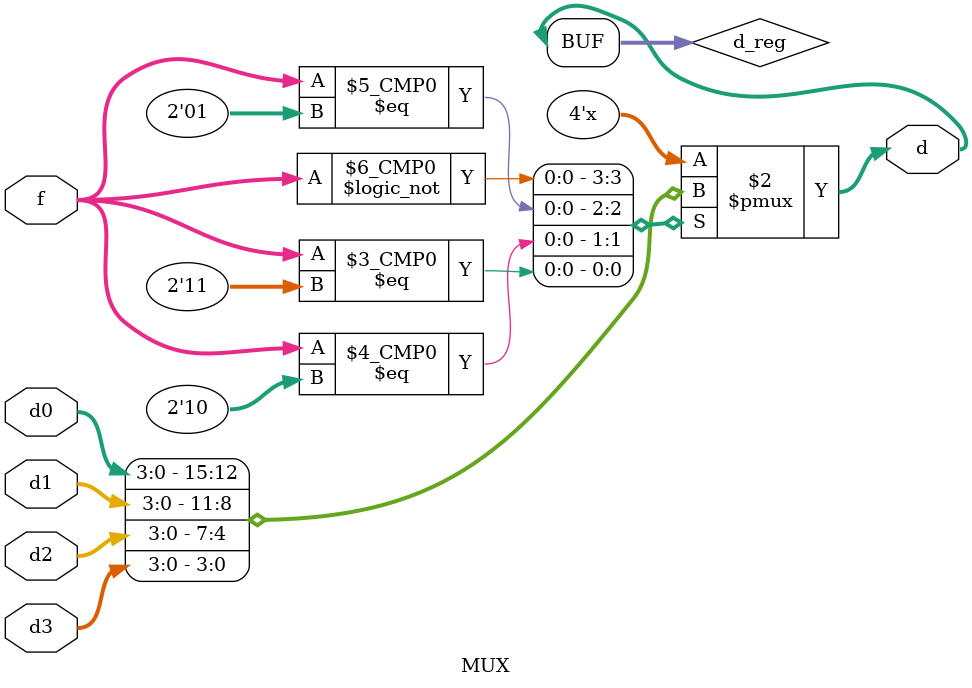
<source format=sv>
`timescale 1ns / 1ps
module MUX(
    input  [3:0] d0,
    input  [3:0] d1,
    input  [3:0] d2,
    input  [3:0] d3,
    input  [1:0] f,
    output [3:0] d
);
reg [3:0] d_reg;
always@(*)begin
    case(f)
        2'b00:   d_reg=d0;
        2'b01:   d_reg=d1;
        2'b10:   d_reg=d2;
        2'b11:   d_reg=d3;
        default: d_reg = 4'b0;
    endcase
end
assign d=d_reg;
endmodule
</source>
